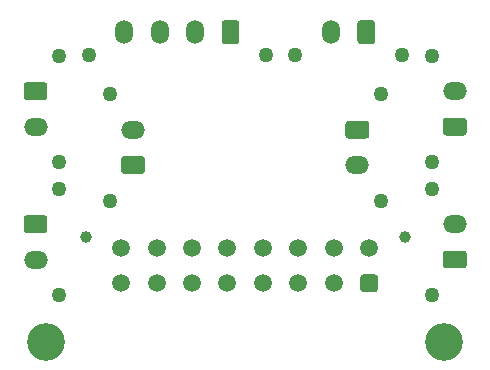
<source format=gbr>
%TF.GenerationSoftware,KiCad,Pcbnew,(5.1.10)-1*%
%TF.CreationDate,2021-09-03T22:45:51+03:00*%
%TF.ProjectId,toolhead_pcb,746f6f6c-6865-4616-945f-7063622e6b69,rev?*%
%TF.SameCoordinates,Original*%
%TF.FileFunction,Soldermask,Bot*%
%TF.FilePolarity,Negative*%
%FSLAX46Y46*%
G04 Gerber Fmt 4.6, Leading zero omitted, Abs format (unit mm)*
G04 Created by KiCad (PCBNEW (5.1.10)-1) date 2021-09-03 22:45:51*
%MOMM*%
%LPD*%
G01*
G04 APERTURE LIST*
%ADD10O,2.020000X1.500000*%
%ADD11C,1.270000*%
%ADD12C,3.200000*%
%ADD13O,1.500000X2.020000*%
%ADD14C,1.500000*%
%ADD15C,1.000000*%
G04 APERTURE END LIST*
D10*
%TO.C,J6*%
X134000000Y-107500000D03*
G36*
G01*
X133240000Y-103750000D02*
X134760000Y-103750000D01*
G75*
G02*
X135010000Y-104000000I0J-250000D01*
G01*
X135010000Y-105000000D01*
G75*
G02*
X134760000Y-105250000I-250000J0D01*
G01*
X133240000Y-105250000D01*
G75*
G02*
X132990000Y-105000000I0J250000D01*
G01*
X132990000Y-104000000D01*
G75*
G02*
X133240000Y-103750000I250000J0D01*
G01*
G37*
D11*
X135960000Y-110500000D03*
X135960000Y-101500000D03*
%TD*%
D12*
%TO.C,H2*%
X107650000Y-122500000D03*
%TD*%
%TO.C,H1*%
X141350000Y-122500000D03*
%TD*%
D11*
%TO.C,J3*%
X113040000Y-110500000D03*
X113040000Y-101500000D03*
G36*
G01*
X115760000Y-108250000D02*
X114240000Y-108250000D01*
G75*
G02*
X113990000Y-108000000I0J250000D01*
G01*
X113990000Y-107000000D01*
G75*
G02*
X114240000Y-106750000I250000J0D01*
G01*
X115760000Y-106750000D01*
G75*
G02*
X116010000Y-107000000I0J-250000D01*
G01*
X116010000Y-108000000D01*
G75*
G02*
X115760000Y-108250000I-250000J0D01*
G01*
G37*
D10*
X115000000Y-104500000D03*
%TD*%
D13*
%TO.C,J4*%
X131750000Y-96250000D03*
G36*
G01*
X135500000Y-95490000D02*
X135500000Y-97010000D01*
G75*
G02*
X135250000Y-97260000I-250000J0D01*
G01*
X134250000Y-97260000D01*
G75*
G02*
X134000000Y-97010000I0J250000D01*
G01*
X134000000Y-95490000D01*
G75*
G02*
X134250000Y-95240000I250000J0D01*
G01*
X135250000Y-95240000D01*
G75*
G02*
X135500000Y-95490000I0J-250000D01*
G01*
G37*
D11*
X128750000Y-98210000D03*
X137750000Y-98210000D03*
%TD*%
D10*
%TO.C,J7*%
X106750000Y-104250000D03*
G36*
G01*
X105990000Y-100500000D02*
X107510000Y-100500000D01*
G75*
G02*
X107760000Y-100750000I0J-250000D01*
G01*
X107760000Y-101750000D01*
G75*
G02*
X107510000Y-102000000I-250000J0D01*
G01*
X105990000Y-102000000D01*
G75*
G02*
X105740000Y-101750000I0J250000D01*
G01*
X105740000Y-100750000D01*
G75*
G02*
X105990000Y-100500000I250000J0D01*
G01*
G37*
D11*
X108710000Y-107250000D03*
X108710000Y-98250000D03*
%TD*%
D10*
%TO.C,J8*%
X106750000Y-115500000D03*
G36*
G01*
X105990000Y-111750000D02*
X107510000Y-111750000D01*
G75*
G02*
X107760000Y-112000000I0J-250000D01*
G01*
X107760000Y-113000000D01*
G75*
G02*
X107510000Y-113250000I-250000J0D01*
G01*
X105990000Y-113250000D01*
G75*
G02*
X105740000Y-113000000I0J250000D01*
G01*
X105740000Y-112000000D01*
G75*
G02*
X105990000Y-111750000I250000J0D01*
G01*
G37*
D11*
X108710000Y-118500000D03*
X108710000Y-109500000D03*
%TD*%
D13*
%TO.C,J9*%
X114250000Y-96250000D03*
X117250000Y-96250000D03*
X120250000Y-96250000D03*
G36*
G01*
X124000000Y-95490000D02*
X124000000Y-97010000D01*
G75*
G02*
X123750000Y-97260000I-250000J0D01*
G01*
X122750000Y-97260000D01*
G75*
G02*
X122500000Y-97010000I0J250000D01*
G01*
X122500000Y-95490000D01*
G75*
G02*
X122750000Y-95240000I250000J0D01*
G01*
X123750000Y-95240000D01*
G75*
G02*
X124000000Y-95490000I0J-250000D01*
G01*
G37*
D11*
X111250000Y-98210000D03*
X126250000Y-98210000D03*
%TD*%
D10*
%TO.C,J1*%
X142250000Y-112500000D03*
G36*
G01*
X143010000Y-116250000D02*
X141490000Y-116250000D01*
G75*
G02*
X141240000Y-116000000I0J250000D01*
G01*
X141240000Y-115000000D01*
G75*
G02*
X141490000Y-114750000I250000J0D01*
G01*
X143010000Y-114750000D01*
G75*
G02*
X143260000Y-115000000I0J-250000D01*
G01*
X143260000Y-116000000D01*
G75*
G02*
X143010000Y-116250000I-250000J0D01*
G01*
G37*
D11*
X140290000Y-109500000D03*
X140290000Y-118500000D03*
%TD*%
D10*
%TO.C,J2*%
X142250000Y-101250000D03*
G36*
G01*
X143010000Y-105000000D02*
X141490000Y-105000000D01*
G75*
G02*
X141240000Y-104750000I0J250000D01*
G01*
X141240000Y-103750000D01*
G75*
G02*
X141490000Y-103500000I250000J0D01*
G01*
X143010000Y-103500000D01*
G75*
G02*
X143260000Y-103750000I0J-250000D01*
G01*
X143260000Y-104750000D01*
G75*
G02*
X143010000Y-105000000I-250000J0D01*
G01*
G37*
D11*
X140290000Y-98250000D03*
X140290000Y-107250000D03*
%TD*%
D14*
%TO.C,J5*%
X114000000Y-114500000D03*
X117000000Y-114500000D03*
X120000000Y-114500000D03*
X123000000Y-114500000D03*
X126000000Y-114500000D03*
X129000000Y-114500000D03*
X132000000Y-114500000D03*
X135000000Y-114500000D03*
X114000000Y-117500000D03*
X117000000Y-117500000D03*
X120000000Y-117500000D03*
X123000000Y-117500000D03*
X126000000Y-117500000D03*
X129000000Y-117500000D03*
X132000000Y-117500000D03*
G36*
G01*
X135750000Y-117000000D02*
X135750000Y-118000000D01*
G75*
G02*
X135500000Y-118250000I-250000J0D01*
G01*
X134500000Y-118250000D01*
G75*
G02*
X134250000Y-118000000I0J250000D01*
G01*
X134250000Y-117000000D01*
G75*
G02*
X134500000Y-116750000I250000J0D01*
G01*
X135500000Y-116750000D01*
G75*
G02*
X135750000Y-117000000I0J-250000D01*
G01*
G37*
D15*
X111000000Y-113560000D03*
X138000000Y-113560000D03*
%TD*%
M02*

</source>
